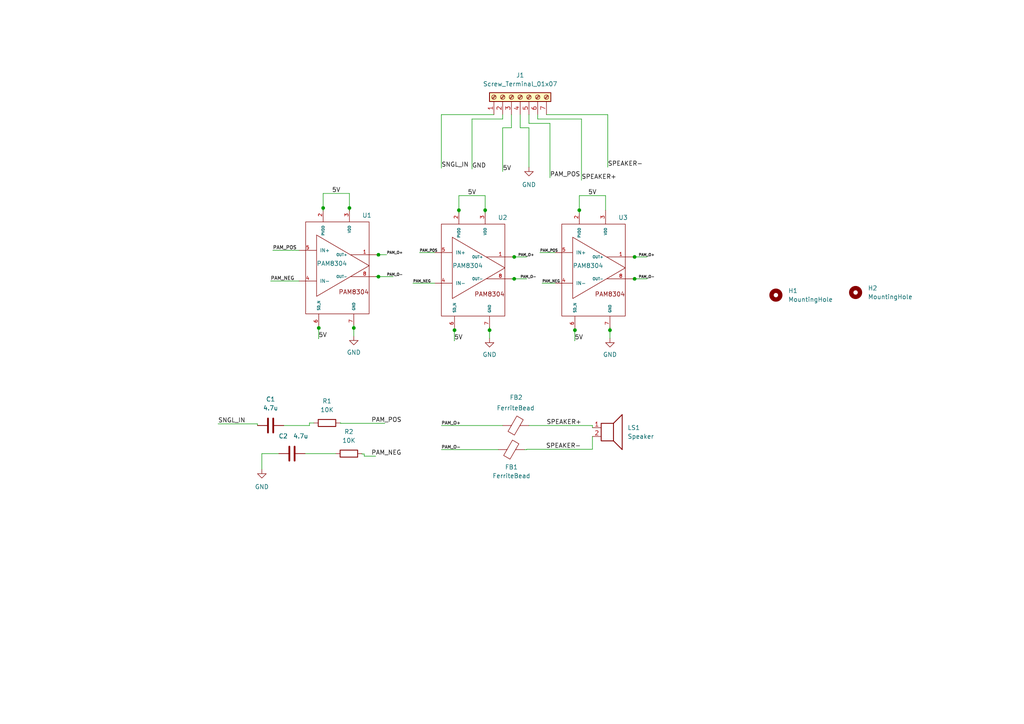
<source format=kicad_sch>
(kicad_sch (version 20230121) (generator eeschema)

  (uuid c5bea8ee-be65-4739-ab6f-eff7990423a3)

  (paper "A4")

  (lib_symbols
    (symbol "Connector:Screw_Terminal_01x07" (pin_names (offset 1.016) hide) (in_bom yes) (on_board yes)
      (property "Reference" "J" (at 0 10.16 0)
        (effects (font (size 1.27 1.27)))
      )
      (property "Value" "Screw_Terminal_01x07" (at 0 -10.16 0)
        (effects (font (size 1.27 1.27)))
      )
      (property "Footprint" "" (at 0 0 0)
        (effects (font (size 1.27 1.27)) hide)
      )
      (property "Datasheet" "~" (at 0 0 0)
        (effects (font (size 1.27 1.27)) hide)
      )
      (property "ki_keywords" "screw terminal" (at 0 0 0)
        (effects (font (size 1.27 1.27)) hide)
      )
      (property "ki_description" "Generic screw terminal, single row, 01x07, script generated (kicad-library-utils/schlib/autogen/connector/)" (at 0 0 0)
        (effects (font (size 1.27 1.27)) hide)
      )
      (property "ki_fp_filters" "TerminalBlock*:*" (at 0 0 0)
        (effects (font (size 1.27 1.27)) hide)
      )
      (symbol "Screw_Terminal_01x07_1_1"
        (rectangle (start -1.27 8.89) (end 1.27 -8.89)
          (stroke (width 0.254) (type default))
          (fill (type background))
        )
        (circle (center 0 -7.62) (radius 0.635)
          (stroke (width 0.1524) (type default))
          (fill (type none))
        )
        (circle (center 0 -5.08) (radius 0.635)
          (stroke (width 0.1524) (type default))
          (fill (type none))
        )
        (circle (center 0 -2.54) (radius 0.635)
          (stroke (width 0.1524) (type default))
          (fill (type none))
        )
        (polyline
          (pts
            (xy -0.5334 -7.2898)
            (xy 0.3302 -8.128)
          )
          (stroke (width 0.1524) (type default))
          (fill (type none))
        )
        (polyline
          (pts
            (xy -0.5334 -4.7498)
            (xy 0.3302 -5.588)
          )
          (stroke (width 0.1524) (type default))
          (fill (type none))
        )
        (polyline
          (pts
            (xy -0.5334 -2.2098)
            (xy 0.3302 -3.048)
          )
          (stroke (width 0.1524) (type default))
          (fill (type none))
        )
        (polyline
          (pts
            (xy -0.5334 0.3302)
            (xy 0.3302 -0.508)
          )
          (stroke (width 0.1524) (type default))
          (fill (type none))
        )
        (polyline
          (pts
            (xy -0.5334 2.8702)
            (xy 0.3302 2.032)
          )
          (stroke (width 0.1524) (type default))
          (fill (type none))
        )
        (polyline
          (pts
            (xy -0.5334 5.4102)
            (xy 0.3302 4.572)
          )
          (stroke (width 0.1524) (type default))
          (fill (type none))
        )
        (polyline
          (pts
            (xy -0.5334 7.9502)
            (xy 0.3302 7.112)
          )
          (stroke (width 0.1524) (type default))
          (fill (type none))
        )
        (polyline
          (pts
            (xy -0.3556 -7.112)
            (xy 0.508 -7.9502)
          )
          (stroke (width 0.1524) (type default))
          (fill (type none))
        )
        (polyline
          (pts
            (xy -0.3556 -4.572)
            (xy 0.508 -5.4102)
          )
          (stroke (width 0.1524) (type default))
          (fill (type none))
        )
        (polyline
          (pts
            (xy -0.3556 -2.032)
            (xy 0.508 -2.8702)
          )
          (stroke (width 0.1524) (type default))
          (fill (type none))
        )
        (polyline
          (pts
            (xy -0.3556 0.508)
            (xy 0.508 -0.3302)
          )
          (stroke (width 0.1524) (type default))
          (fill (type none))
        )
        (polyline
          (pts
            (xy -0.3556 3.048)
            (xy 0.508 2.2098)
          )
          (stroke (width 0.1524) (type default))
          (fill (type none))
        )
        (polyline
          (pts
            (xy -0.3556 5.588)
            (xy 0.508 4.7498)
          )
          (stroke (width 0.1524) (type default))
          (fill (type none))
        )
        (polyline
          (pts
            (xy -0.3556 8.128)
            (xy 0.508 7.2898)
          )
          (stroke (width 0.1524) (type default))
          (fill (type none))
        )
        (circle (center 0 0) (radius 0.635)
          (stroke (width 0.1524) (type default))
          (fill (type none))
        )
        (circle (center 0 2.54) (radius 0.635)
          (stroke (width 0.1524) (type default))
          (fill (type none))
        )
        (circle (center 0 5.08) (radius 0.635)
          (stroke (width 0.1524) (type default))
          (fill (type none))
        )
        (circle (center 0 7.62) (radius 0.635)
          (stroke (width 0.1524) (type default))
          (fill (type none))
        )
        (pin passive line (at -5.08 7.62 0) (length 3.81)
          (name "Pin_1" (effects (font (size 1.27 1.27))))
          (number "1" (effects (font (size 1.27 1.27))))
        )
        (pin passive line (at -5.08 5.08 0) (length 3.81)
          (name "Pin_2" (effects (font (size 1.27 1.27))))
          (number "2" (effects (font (size 1.27 1.27))))
        )
        (pin passive line (at -5.08 2.54 0) (length 3.81)
          (name "Pin_3" (effects (font (size 1.27 1.27))))
          (number "3" (effects (font (size 1.27 1.27))))
        )
        (pin passive line (at -5.08 0 0) (length 3.81)
          (name "Pin_4" (effects (font (size 1.27 1.27))))
          (number "4" (effects (font (size 1.27 1.27))))
        )
        (pin passive line (at -5.08 -2.54 0) (length 3.81)
          (name "Pin_5" (effects (font (size 1.27 1.27))))
          (number "5" (effects (font (size 1.27 1.27))))
        )
        (pin passive line (at -5.08 -5.08 0) (length 3.81)
          (name "Pin_6" (effects (font (size 1.27 1.27))))
          (number "6" (effects (font (size 1.27 1.27))))
        )
        (pin passive line (at -5.08 -7.62 0) (length 3.81)
          (name "Pin_7" (effects (font (size 1.27 1.27))))
          (number "7" (effects (font (size 1.27 1.27))))
        )
      )
    )
    (symbol "Device:C" (pin_numbers hide) (pin_names (offset 0.254)) (in_bom yes) (on_board yes)
      (property "Reference" "C" (at 0.635 2.54 0)
        (effects (font (size 1.27 1.27)) (justify left))
      )
      (property "Value" "C" (at 0.635 -2.54 0)
        (effects (font (size 1.27 1.27)) (justify left))
      )
      (property "Footprint" "" (at 0.9652 -3.81 0)
        (effects (font (size 1.27 1.27)) hide)
      )
      (property "Datasheet" "~" (at 0 0 0)
        (effects (font (size 1.27 1.27)) hide)
      )
      (property "ki_keywords" "cap capacitor" (at 0 0 0)
        (effects (font (size 1.27 1.27)) hide)
      )
      (property "ki_description" "Unpolarized capacitor" (at 0 0 0)
        (effects (font (size 1.27 1.27)) hide)
      )
      (property "ki_fp_filters" "C_*" (at 0 0 0)
        (effects (font (size 1.27 1.27)) hide)
      )
      (symbol "C_0_1"
        (polyline
          (pts
            (xy -2.032 -0.762)
            (xy 2.032 -0.762)
          )
          (stroke (width 0.508) (type default))
          (fill (type none))
        )
        (polyline
          (pts
            (xy -2.032 0.762)
            (xy 2.032 0.762)
          )
          (stroke (width 0.508) (type default))
          (fill (type none))
        )
      )
      (symbol "C_1_1"
        (pin passive line (at 0 3.81 270) (length 2.794)
          (name "~" (effects (font (size 1.27 1.27))))
          (number "1" (effects (font (size 1.27 1.27))))
        )
        (pin passive line (at 0 -3.81 90) (length 2.794)
          (name "~" (effects (font (size 1.27 1.27))))
          (number "2" (effects (font (size 1.27 1.27))))
        )
      )
    )
    (symbol "Device:FerriteBead" (pin_numbers hide) (pin_names (offset 0)) (in_bom yes) (on_board yes)
      (property "Reference" "FB" (at -3.81 0.635 90)
        (effects (font (size 1.27 1.27)))
      )
      (property "Value" "FerriteBead" (at 3.81 0 90)
        (effects (font (size 1.27 1.27)))
      )
      (property "Footprint" "" (at -1.778 0 90)
        (effects (font (size 1.27 1.27)) hide)
      )
      (property "Datasheet" "~" (at 0 0 0)
        (effects (font (size 1.27 1.27)) hide)
      )
      (property "ki_keywords" "L ferrite bead inductor filter" (at 0 0 0)
        (effects (font (size 1.27 1.27)) hide)
      )
      (property "ki_description" "Ferrite bead" (at 0 0 0)
        (effects (font (size 1.27 1.27)) hide)
      )
      (property "ki_fp_filters" "Inductor_* L_* *Ferrite*" (at 0 0 0)
        (effects (font (size 1.27 1.27)) hide)
      )
      (symbol "FerriteBead_0_1"
        (polyline
          (pts
            (xy 0 -1.27)
            (xy 0 -1.2192)
          )
          (stroke (width 0) (type default))
          (fill (type none))
        )
        (polyline
          (pts
            (xy 0 1.27)
            (xy 0 1.2954)
          )
          (stroke (width 0) (type default))
          (fill (type none))
        )
        (polyline
          (pts
            (xy -2.7686 0.4064)
            (xy -1.7018 2.2606)
            (xy 2.7686 -0.3048)
            (xy 1.6764 -2.159)
            (xy -2.7686 0.4064)
          )
          (stroke (width 0) (type default))
          (fill (type none))
        )
      )
      (symbol "FerriteBead_1_1"
        (pin passive line (at 0 3.81 270) (length 2.54)
          (name "~" (effects (font (size 1.27 1.27))))
          (number "1" (effects (font (size 1.27 1.27))))
        )
        (pin passive line (at 0 -3.81 90) (length 2.54)
          (name "~" (effects (font (size 1.27 1.27))))
          (number "2" (effects (font (size 1.27 1.27))))
        )
      )
    )
    (symbol "Device:R" (pin_numbers hide) (pin_names (offset 0)) (in_bom yes) (on_board yes)
      (property "Reference" "R" (at 2.032 0 90)
        (effects (font (size 1.27 1.27)))
      )
      (property "Value" "R" (at 0 0 90)
        (effects (font (size 1.27 1.27)))
      )
      (property "Footprint" "" (at -1.778 0 90)
        (effects (font (size 1.27 1.27)) hide)
      )
      (property "Datasheet" "~" (at 0 0 0)
        (effects (font (size 1.27 1.27)) hide)
      )
      (property "ki_keywords" "R res resistor" (at 0 0 0)
        (effects (font (size 1.27 1.27)) hide)
      )
      (property "ki_description" "Resistor" (at 0 0 0)
        (effects (font (size 1.27 1.27)) hide)
      )
      (property "ki_fp_filters" "R_*" (at 0 0 0)
        (effects (font (size 1.27 1.27)) hide)
      )
      (symbol "R_0_1"
        (rectangle (start -1.016 -2.54) (end 1.016 2.54)
          (stroke (width 0.254) (type default))
          (fill (type none))
        )
      )
      (symbol "R_1_1"
        (pin passive line (at 0 3.81 270) (length 1.27)
          (name "~" (effects (font (size 1.27 1.27))))
          (number "1" (effects (font (size 1.27 1.27))))
        )
        (pin passive line (at 0 -3.81 90) (length 1.27)
          (name "~" (effects (font (size 1.27 1.27))))
          (number "2" (effects (font (size 1.27 1.27))))
        )
      )
    )
    (symbol "Device:Speaker" (pin_names (offset 0) hide) (in_bom yes) (on_board yes)
      (property "Reference" "LS" (at 1.27 5.715 0)
        (effects (font (size 1.27 1.27)) (justify right))
      )
      (property "Value" "Speaker" (at 1.27 3.81 0)
        (effects (font (size 1.27 1.27)) (justify right))
      )
      (property "Footprint" "" (at 0 -5.08 0)
        (effects (font (size 1.27 1.27)) hide)
      )
      (property "Datasheet" "~" (at -0.254 -1.27 0)
        (effects (font (size 1.27 1.27)) hide)
      )
      (property "ki_keywords" "speaker sound" (at 0 0 0)
        (effects (font (size 1.27 1.27)) hide)
      )
      (property "ki_description" "Speaker" (at 0 0 0)
        (effects (font (size 1.27 1.27)) hide)
      )
      (symbol "Speaker_0_0"
        (rectangle (start -2.54 1.27) (end 1.016 -3.81)
          (stroke (width 0.254) (type default))
          (fill (type none))
        )
        (polyline
          (pts
            (xy 1.016 1.27)
            (xy 3.556 3.81)
            (xy 3.556 -6.35)
            (xy 1.016 -3.81)
          )
          (stroke (width 0.254) (type default))
          (fill (type none))
        )
      )
      (symbol "Speaker_1_1"
        (pin input line (at -5.08 0 0) (length 2.54)
          (name "1" (effects (font (size 1.27 1.27))))
          (number "1" (effects (font (size 1.27 1.27))))
        )
        (pin input line (at -5.08 -2.54 0) (length 2.54)
          (name "2" (effects (font (size 1.27 1.27))))
          (number "2" (effects (font (size 1.27 1.27))))
        )
      )
    )
    (symbol "Mechanical:MountingHole" (pin_names (offset 1.016)) (in_bom yes) (on_board yes)
      (property "Reference" "H" (at 0 5.08 0)
        (effects (font (size 1.27 1.27)))
      )
      (property "Value" "MountingHole" (at 0 3.175 0)
        (effects (font (size 1.27 1.27)))
      )
      (property "Footprint" "" (at 0 0 0)
        (effects (font (size 1.27 1.27)) hide)
      )
      (property "Datasheet" "~" (at 0 0 0)
        (effects (font (size 1.27 1.27)) hide)
      )
      (property "ki_keywords" "mounting hole" (at 0 0 0)
        (effects (font (size 1.27 1.27)) hide)
      )
      (property "ki_description" "Mounting Hole without connection" (at 0 0 0)
        (effects (font (size 1.27 1.27)) hide)
      )
      (property "ki_fp_filters" "MountingHole*" (at 0 0 0)
        (effects (font (size 1.27 1.27)) hide)
      )
      (symbol "MountingHole_0_1"
        (circle (center 0 0) (radius 1.27)
          (stroke (width 1.27) (type default))
          (fill (type none))
        )
      )
    )
    (symbol "Symbol_library:Audio_Amp" (pin_names (offset 1)) (in_bom yes) (on_board yes)
      (property "Reference" "U" (at 8.89 13.335 0)
        (effects (font (size 1.27 1.27)))
      )
      (property "Value" "" (at 0 0 0)
        (effects (font (size 1.27 1.27)))
      )
      (property "Footprint" "" (at 0 0 0)
        (effects (font (size 1.27 1.27)) hide)
      )
      (property "Datasheet" "" (at 0 0 0)
        (effects (font (size 1.27 1.27)) hide)
      )
      (symbol "Audio_Amp_0_1"
        (rectangle (start -7.62 12.065) (end 10.795 -14.605)
          (stroke (width 0) (type default))
          (fill (type none))
        )
        (polyline
          (pts
            (xy -4.445 8.255)
            (xy -4.445 -9.525)
            (xy 10.795 -0.635)
            (xy -4.445 8.255)
          )
          (stroke (width 0) (type default))
          (fill (type none))
        )
      )
      (symbol "Audio_Amp_1_1"
        (text "PAM8304" (at 6.35 -8.255 0)
          (effects (font (size 1.27 1.27)))
        )
        (pin output line (at 13.5 2.54 180) (length 8)
          (name "OUT+" (effects (font (size 0.75 0.75))))
          (number "1" (effects (font (size 1 1))))
        )
        (pin power_in line (at -2.54 16.1 270) (length 4)
          (name "PVDD" (effects (font (size 0.75 0.75))))
          (number "2" (effects (font (size 1 1))))
        )
        (pin power_in line (at 5.08 16.1 270) (length 4)
          (name "VDD" (effects (font (size 0.75 0.75))))
          (number "3" (effects (font (size 1 1))))
        )
        (pin input line (at -9.525 -5.08 0) (length 5)
          (name "IN-" (effects (font (size 1 1))))
          (number "4" (effects (font (size 1 1))))
        )
        (pin input line (at -9.525 3.81 0) (length 5)
          (name "IN+" (effects (font (size 1 1))))
          (number "5" (effects (font (size 1 1))))
        )
        (pin input line (at -3.81 -18.7 90) (length 4)
          (name "SD_N" (effects (font (size 0.75 0.75))))
          (number "6" (effects (font (size 1 1))))
        )
        (pin power_in line (at 6.35 -18.7 90) (length 4)
          (name "GND" (effects (font (size 0.75 0.75))))
          (number "7" (effects (font (size 1 1))))
        )
        (pin output line (at 13.5 -3.81 180) (length 8)
          (name "OUT-" (effects (font (size 0.75 0.75))))
          (number "8" (effects (font (size 1 1))))
        )
      )
    )
    (symbol "power:GND" (power) (pin_names (offset 0)) (in_bom yes) (on_board yes)
      (property "Reference" "#PWR" (at 0 -6.35 0)
        (effects (font (size 1.27 1.27)) hide)
      )
      (property "Value" "GND" (at 0 -3.81 0)
        (effects (font (size 1.27 1.27)))
      )
      (property "Footprint" "" (at 0 0 0)
        (effects (font (size 1.27 1.27)) hide)
      )
      (property "Datasheet" "" (at 0 0 0)
        (effects (font (size 1.27 1.27)) hide)
      )
      (property "ki_keywords" "global power" (at 0 0 0)
        (effects (font (size 1.27 1.27)) hide)
      )
      (property "ki_description" "Power symbol creates a global label with name \"GND\" , ground" (at 0 0 0)
        (effects (font (size 1.27 1.27)) hide)
      )
      (symbol "GND_0_1"
        (polyline
          (pts
            (xy 0 0)
            (xy 0 -1.27)
            (xy 1.27 -1.27)
            (xy 0 -2.54)
            (xy -1.27 -1.27)
            (xy 0 -1.27)
          )
          (stroke (width 0) (type default))
          (fill (type none))
        )
      )
      (symbol "GND_1_1"
        (pin power_in line (at 0 0 270) (length 0) hide
          (name "GND" (effects (font (size 1.27 1.27))))
          (number "1" (effects (font (size 1.27 1.27))))
        )
      )
    )
  )

  (junction (at 102.616 95.1286) (diameter 0) (color 0 0 0 0)
    (uuid 070f3aaf-a833-4a51-9d66-a83e7d858e77)
  )
  (junction (at 109.766 73.8886) (diameter 0) (color 0 0 0 0)
    (uuid 111351ea-301c-4b4c-88d0-1b4f01729e9d)
  )
  (junction (at 149.136 80.8736) (diameter 0) (color 0 0 0 0)
    (uuid 1b187f38-82e7-430a-8214-c71d8b3b80ff)
  )
  (junction (at 184.061 74.5236) (diameter 0) (color 0 0 0 0)
    (uuid 1ce473e3-a0ff-47ee-b9c5-3c228a6709c7)
  )
  (junction (at 133.096 60.9636) (diameter 0) (color 0 0 0 0)
    (uuid 2d813828-432e-4418-99e7-1c6fa1f538bc)
  )
  (junction (at 149.136 74.5236) (diameter 0) (color 0 0 0 0)
    (uuid 300078b1-38e7-4cc3-aed9-d0047b70a247)
  )
  (junction (at 184.061 80.8736) (diameter 0) (color 0 0 0 0)
    (uuid 5ad825ec-a373-42b8-9e0e-a952a2996653)
  )
  (junction (at 92.456 95.1286) (diameter 0) (color 0 0 0 0)
    (uuid 5f7be34b-0618-4039-8c87-3bf75db6bd35)
  )
  (junction (at 140.716 60.9636) (diameter 0) (color 0 0 0 0)
    (uuid 5fadd0c4-0042-4a2e-a794-e8cf4710f810)
  )
  (junction (at 166.751 95.7636) (diameter 0) (color 0 0 0 0)
    (uuid 72895d5f-5f1e-4699-ad8e-dc1001d2a151)
  )
  (junction (at 93.726 60.3286) (diameter 0) (color 0 0 0 0)
    (uuid 8b15b387-c461-486d-b6be-6b0f2946c430)
  )
  (junction (at 131.826 95.7636) (diameter 0) (color 0 0 0 0)
    (uuid 9aac67f9-01cc-4553-a59d-928d88b7f84f)
  )
  (junction (at 109.766 80.2386) (diameter 0) (color 0 0 0 0)
    (uuid baafafd9-ad57-4e61-800f-5fb0be9c0dd2)
  )
  (junction (at 168.021 60.9636) (diameter 0) (color 0 0 0 0)
    (uuid c6b74385-f35c-49ef-84a8-e029894237a7)
  )
  (junction (at 101.346 60.3286) (diameter 0) (color 0 0 0 0)
    (uuid e30d01c2-d6f9-4770-ba79-7ae608e117f6)
  )
  (junction (at 141.986 95.7636) (diameter 0) (color 0 0 0 0)
    (uuid fc9438cf-615c-4f5b-bac9-81046de3eddf)
  )
  (junction (at 176.911 95.7636) (diameter 0) (color 0 0 0 0)
    (uuid feb8c785-f993-4c3b-8f4b-217c7740c379)
  )

  (wire (pts (xy 136.906 34.5186) (xy 145.796 34.5186))
    (stroke (width 0) (type default))
    (uuid 02154498-cc79-4651-9144-fc8af02626a9)
  )
  (wire (pts (xy 131.7244 98.8314) (xy 131.8006 98.8314))
    (stroke (width 0) (type default))
    (uuid 0d28e57b-8825-4246-9566-9749cab3d176)
  )
  (wire (pts (xy 168.021 60.9636) (xy 168.021 61.8236))
    (stroke (width 0) (type default))
    (uuid 10a69bcd-fd59-472c-88c6-353220454f96)
  )
  (wire (pts (xy 101.346 56.1086) (xy 101.346 60.3286))
    (stroke (width 0) (type default))
    (uuid 11a667e3-c2de-4fb1-96ab-cc2198c19148)
  )
  (wire (pts (xy 136.906 34.5186) (xy 136.906 49.022))
    (stroke (width 0) (type default))
    (uuid 11cad50e-9b0a-4a4e-ba0a-37490f44d898)
  )
  (wire (pts (xy 105.6386 132.3086) (xy 105.6386 131.6736))
    (stroke (width 0) (type default))
    (uuid 12c4979c-f23c-4676-8e0f-760479eac192)
  )
  (wire (pts (xy 176.276 33.2486) (xy 176.276 48.4886))
    (stroke (width 0) (type default))
    (uuid 14679974-257c-417a-be36-f1d36f7387a1)
  )
  (wire (pts (xy 141.986 94.9198) (xy 141.986 95.7636))
    (stroke (width 0) (type default))
    (uuid 14ad1a99-e362-4ac1-9bde-d7f5b5d4c328)
  )
  (wire (pts (xy 131.8006 98.8314) (xy 131.8006 98.1456))
    (stroke (width 0) (type default))
    (uuid 17da62a5-e2ac-44a4-9da1-791bc51d2788)
  )
  (wire (pts (xy 152.146 130.4036) (xy 152.781 130.4036))
    (stroke (width 0) (type default))
    (uuid 192b5fbc-f434-4a19-b4c8-c6085708ca2c)
  )
  (wire (pts (xy 131.7752 95.7326) (xy 131.7244 95.7326))
    (stroke (width 0) (type default))
    (uuid 19b74825-9202-461f-81f6-2340378a33cd)
  )
  (wire (pts (xy 157.226 82.1436) (xy 161.036 82.1436))
    (stroke (width 0) (type default))
    (uuid 19d6ea00-bb6e-4e96-9805-8fbf8c9a65e3)
  )
  (wire (pts (xy 171.831 123.4186) (xy 171.831 124.0536))
    (stroke (width 0) (type default))
    (uuid 1e0d8cd6-1b7d-4d4e-a1fc-058baf9f6a23)
  )
  (wire (pts (xy 92.3544 98.1964) (xy 92.4306 98.1964))
    (stroke (width 0) (type default))
    (uuid 1e44f92a-5899-4b52-b719-0b440ee8b129)
  )
  (wire (pts (xy 159.512 35.7886) (xy 159.512 51.562))
    (stroke (width 0) (type default))
    (uuid 2105157e-1aff-4a86-b759-fe90e26e39fe)
  )
  (wire (pts (xy 149.136 74.5236) (xy 152.781 74.5236))
    (stroke (width 0) (type default))
    (uuid 2324756d-8bed-432c-9f81-4e8a4eeacb57)
  )
  (wire (pts (xy 171.831 130.302) (xy 171.831 126.5936))
    (stroke (width 0) (type default))
    (uuid 2370bee3-ca65-4194-bd3f-aae2b74e146b)
  )
  (wire (pts (xy 119.761 82.1436) (xy 126.111 82.1436))
    (stroke (width 0) (type default))
    (uuid 256831d6-a22e-4f26-bfca-146cae52655f)
  )
  (wire (pts (xy 153.416 33.2486) (xy 153.416 35.7886))
    (stroke (width 0) (type default))
    (uuid 294fbb2a-66d7-461a-b315-cfc0fbfb1c04)
  )
  (wire (pts (xy 133.096 56.7436) (xy 133.096 60.9636))
    (stroke (width 0) (type default))
    (uuid 2a21b0ee-a885-4594-8767-0d3777e553f9)
  )
  (wire (pts (xy 176.911 94.9198) (xy 176.911 95.7636))
    (stroke (width 0) (type default))
    (uuid 2b4aaf08-072c-4748-bcf8-6a1f605cfa24)
  )
  (wire (pts (xy 150.876 37.0586) (xy 150.876 33.2486))
    (stroke (width 0) (type default))
    (uuid 2ba81507-366b-4dce-a7e3-8b073f8b1df5)
  )
  (wire (pts (xy 131.7244 95.7636) (xy 131.826 95.7636))
    (stroke (width 0) (type default))
    (uuid 2d241048-5621-4d67-858f-bf22878567cb)
  )
  (wire (pts (xy 145.796 37.0586) (xy 148.336 37.0586))
    (stroke (width 0) (type default))
    (uuid 2ebfd139-db09-4490-86a0-86a0fd8b8bbf)
  )
  (wire (pts (xy 168.021 56.74) (xy 168.021 60.9636))
    (stroke (width 0) (type default))
    (uuid 372bdb7b-6ead-423f-868d-3afd7c928fe8)
  )
  (wire (pts (xy 183.896 74.5236) (xy 184.061 74.5236))
    (stroke (width 0) (type default))
    (uuid 37baf1a0-ae2d-40bf-9de2-18f09fb02d88)
  )
  (wire (pts (xy 148.336 37.0586) (xy 148.336 33.2486))
    (stroke (width 0) (type default))
    (uuid 3a2680cf-b07b-4c5e-abaf-6c31b1e19252)
  )
  (wire (pts (xy 166.7002 95.7326) (xy 166.6494 95.7326))
    (stroke (width 0) (type default))
    (uuid 4567a009-157e-457a-8ee4-45f6ffb41276)
  )
  (wire (pts (xy 92.456 95.123) (xy 92.456 95.1286))
    (stroke (width 0) (type default))
    (uuid 465cf484-6801-4d35-a821-27b33b20864a)
  )
  (wire (pts (xy 133.096 56.7436) (xy 140.716 56.7436))
    (stroke (width 0) (type default))
    (uuid 47c878ee-94ff-4d2e-b618-1cba1911cb7b)
  )
  (wire (pts (xy 92.4052 95.0976) (xy 92.3544 95.0976))
    (stroke (width 0) (type default))
    (uuid 48faa0b6-f97e-45da-86c9-fce981ef6642)
  )
  (wire (pts (xy 153.416 37.0586) (xy 153.416 48.4886))
    (stroke (width 0) (type default))
    (uuid 4aa84383-9a78-4552-ba5c-4669fbe57611)
  )
  (wire (pts (xy 93.726 60.3286) (xy 93.726 61.1886))
    (stroke (width 0) (type default))
    (uuid 4f0695da-37ed-4580-bd03-0b4cd9e20e3b)
  )
  (wire (pts (xy 166.6494 95.7636) (xy 166.751 95.7636))
    (stroke (width 0) (type default))
    (uuid 4f1772f0-d166-412e-87e9-b73b47d74b84)
  )
  (wire (pts (xy 98.806 122.682) (xy 98.6536 122.682))
    (stroke (width 0) (type default))
    (uuid 50d7593c-b3c3-45ed-aba0-f4a03884119c)
  )
  (wire (pts (xy 109.766 73.8886) (xy 112.141 73.8886))
    (stroke (width 0) (type default))
    (uuid 514bf176-cd42-4114-b017-efca408c2431)
  )
  (wire (pts (xy 101.346 60.3286) (xy 101.346 61.1886))
    (stroke (width 0) (type default))
    (uuid 544d0fd0-b17c-4214-a0cc-40a8fba2c84e)
  )
  (wire (pts (xy 155.956 33.2486) (xy 155.956 34.5186))
    (stroke (width 0) (type default))
    (uuid 562eadd1-aa80-4569-93f1-d1943a7032b0)
  )
  (wire (pts (xy 158.496 33.2486) (xy 176.276 33.2486))
    (stroke (width 0) (type default))
    (uuid 59e7839e-0e9c-4387-9013-d0a18bf51638)
  )
  (wire (pts (xy 148.971 74.5236) (xy 149.136 74.5236))
    (stroke (width 0) (type default))
    (uuid 5d52a772-15ae-4ace-a6ea-ba4f8c42d9f8)
  )
  (wire (pts (xy 148.336 80.8736) (xy 149.136 80.8736))
    (stroke (width 0) (type default))
    (uuid 5d6cb17f-00b0-4223-afd2-f9e62910436f)
  )
  (wire (pts (xy 155.956 34.5186) (xy 168.656 34.5186))
    (stroke (width 0) (type default))
    (uuid 60289537-0ef6-4ae7-b960-8dee27c51a32)
  )
  (wire (pts (xy 184.061 74.5236) (xy 187.706 74.5236))
    (stroke (width 0) (type default))
    (uuid 6036de67-f3b8-4d61-a822-dfa5191e3b78)
  )
  (wire (pts (xy 89.7636 122.682) (xy 91.0336 122.682))
    (stroke (width 0) (type default))
    (uuid 63d20e2f-1c89-4cb9-9fed-c80497e0e662)
  )
  (wire (pts (xy 175.641 56.74) (xy 175.641 60.9636))
    (stroke (width 0) (type default))
    (uuid 650bd68c-f880-4da3-80fb-177c5e381454)
  )
  (wire (pts (xy 166.751 95.758) (xy 166.751 95.7636))
    (stroke (width 0) (type default))
    (uuid 6721143c-a56e-47a3-9e0a-eb50014f4814)
  )
  (wire (pts (xy 92.3544 95.0976) (xy 92.3544 95.1286))
    (stroke (width 0) (type default))
    (uuid 68b367c5-5024-4a7e-bd55-4dc71aeed57b)
  )
  (wire (pts (xy 131.826 95.758) (xy 131.826 95.7636))
    (stroke (width 0) (type default))
    (uuid 6aef6caa-1c2a-4978-aff2-f77118a1288b)
  )
  (wire (pts (xy 92.3544 95.1286) (xy 92.456 95.1286))
    (stroke (width 0) (type default))
    (uuid 6c0c7a77-1f3a-43ae-99dc-8249f16f5fb6)
  )
  (wire (pts (xy 80.8736 131.572) (xy 75.946 131.572))
    (stroke (width 0) (type default))
    (uuid 6daa2e0a-10b7-48c6-9650-382ada47a41c)
  )
  (wire (pts (xy 92.4306 98.1964) (xy 92.4306 97.5106))
    (stroke (width 0) (type default))
    (uuid 70acd895-2e92-46a0-b86a-0513537896b8)
  )
  (wire (pts (xy 105.6386 131.6736) (xy 105.0036 131.6736))
    (stroke (width 0) (type default))
    (uuid 70dd5ef9-113f-4d97-a7f0-aa82d7803dbb)
  )
  (wire (pts (xy 149.136 80.8736) (xy 152.781 80.8736))
    (stroke (width 0) (type default))
    (uuid 724addef-e683-4f79-8ba2-56505c369439)
  )
  (wire (pts (xy 128.016 123.4186) (xy 145.796 123.4186))
    (stroke (width 0) (type default))
    (uuid 74ca7864-37e1-49af-8ab2-1999c07deb92)
  )
  (wire (pts (xy 121.666 73.2536) (xy 126.111 73.2536))
    (stroke (width 0) (type default))
    (uuid 74f6e06d-ab89-4342-ada0-0e0df34fa8b0)
  )
  (wire (pts (xy 184.061 80.8736) (xy 187.706 80.8736))
    (stroke (width 0) (type default))
    (uuid 77d6b969-9cd8-46ff-b214-27ec23adad71)
  )
  (wire (pts (xy 105.6386 132.3086) (xy 108.966 132.3086))
    (stroke (width 0) (type default))
    (uuid 7bd536cd-ab03-4d6a-9262-6228f0f663a1)
  )
  (wire (pts (xy 108.966 80.2386) (xy 109.766 80.2386))
    (stroke (width 0) (type default))
    (uuid 833d3d73-df02-4109-b0ef-4794422eaf80)
  )
  (wire (pts (xy 156.591 73.2536) (xy 161.036 73.2536))
    (stroke (width 0) (type default))
    (uuid 85476f97-862e-4b86-8915-cd261f6aae03)
  )
  (wire (pts (xy 105.0036 131.6736) (xy 105.0036 131.572))
    (stroke (width 0) (type default))
    (uuid 8564bc1f-934f-4b29-9826-fdc8be63e023)
  )
  (wire (pts (xy 78.486 81.5086) (xy 86.741 81.5086))
    (stroke (width 0) (type default))
    (uuid 8b228737-aa98-45c6-aedf-61ba0863d590)
  )
  (wire (pts (xy 93.726 56.1086) (xy 101.346 56.1086))
    (stroke (width 0) (type default))
    (uuid 8ca9340a-6ca9-44ad-aab0-34edf3553277)
  )
  (wire (pts (xy 145.796 34.5186) (xy 145.796 33.2486))
    (stroke (width 0) (type default))
    (uuid 92c43fbe-2f15-4eae-8a61-ed7358f14f14)
  )
  (wire (pts (xy 133.096 60.9636) (xy 133.096 61.8236))
    (stroke (width 0) (type default))
    (uuid 9488588a-dd04-48ed-8317-9e98331664d2)
  )
  (wire (pts (xy 102.616 94.2848) (xy 102.616 95.1286))
    (stroke (width 0) (type default))
    (uuid 990f433c-12d0-42b5-bd16-a43dcde628c5)
  )
  (wire (pts (xy 128.016 33.2486) (xy 128.016 48.768))
    (stroke (width 0) (type default))
    (uuid 998da897-ddd0-448a-81c5-16f7fd4e2293)
  )
  (wire (pts (xy 75.946 131.572) (xy 75.946 136.1186))
    (stroke (width 0) (type default))
    (uuid 9c3586f0-87fc-4642-a731-d7970f70d08b)
  )
  (wire (pts (xy 166.6494 95.7326) (xy 166.6494 95.7636))
    (stroke (width 0) (type default))
    (uuid 9d85201d-6e40-4403-877b-4b77b601c52b)
  )
  (wire (pts (xy 79.121 72.6186) (xy 86.741 72.6186))
    (stroke (width 0) (type default))
    (uuid 9dffc926-b93d-4862-8685-626414abdcc4)
  )
  (wire (pts (xy 98.806 122.7836) (xy 111.6584 122.7836))
    (stroke (width 0) (type default))
    (uuid 9fc57c6c-c9f8-4366-9291-54120b51a65b)
  )
  (wire (pts (xy 74.676 122.936) (xy 63.246 122.936))
    (stroke (width 0) (type default))
    (uuid 9fdc6690-b02d-4e6b-97ce-429b315f15aa)
  )
  (wire (pts (xy 166.7002 95.7326) (xy 166.7256 98.1456))
    (stroke (width 0) (type default))
    (uuid a1a13d43-13fe-4a0a-a070-f1a94605e353)
  )
  (wire (pts (xy 131.7752 95.7326) (xy 131.8006 98.1456))
    (stroke (width 0) (type default))
    (uuid a74cb79d-ef2a-47db-b72e-d3e02c662a42)
  )
  (wire (pts (xy 145.796 37.0586) (xy 145.796 49.7586))
    (stroke (width 0) (type default))
    (uuid a86aea26-0e77-42a3-b7ce-1490624103ce)
  )
  (wire (pts (xy 128.016 33.2486) (xy 143.256 33.2486))
    (stroke (width 0) (type default))
    (uuid a8d49a88-d8a8-46dd-b995-6c6a53faf495)
  )
  (wire (pts (xy 88.4936 131.572) (xy 97.3836 131.572))
    (stroke (width 0) (type default))
    (uuid a9fc00d4-6498-424f-90b0-8f48c312f655)
  )
  (wire (pts (xy 153.416 123.4186) (xy 171.831 123.4186))
    (stroke (width 0) (type default))
    (uuid ace21120-9e45-4b74-8359-e2eaf0527639)
  )
  (wire (pts (xy 102.616 95.1286) (xy 102.616 97.4852))
    (stroke (width 0) (type default))
    (uuid b0183c86-886c-40e1-b828-6f3d7f7124d9)
  )
  (wire (pts (xy 183.896 80.8736) (xy 184.061 80.8736))
    (stroke (width 0) (type default))
    (uuid b87934b2-f5b7-491d-ba25-ecc0ac354c8e)
  )
  (wire (pts (xy 152.781 130.4036) (xy 152.781 130.302))
    (stroke (width 0) (type default))
    (uuid b88de8e2-ae1b-43ce-94b9-f24d003d01bf)
  )
  (wire (pts (xy 166.6494 98.8314) (xy 166.7256 98.8314))
    (stroke (width 0) (type default))
    (uuid c72bf20f-3912-45b1-a584-60bd9bb6567f)
  )
  (wire (pts (xy 89.7636 123.4186) (xy 82.296 123.4186))
    (stroke (width 0) (type default))
    (uuid c8aff036-3038-42ec-ae7c-c7b8ef7b3a30)
  )
  (wire (pts (xy 141.986 95.7636) (xy 141.986 98.1202))
    (stroke (width 0) (type default))
    (uuid c8d4ce63-fbe0-496f-99a7-2c0771023b24)
  )
  (wire (pts (xy 152.781 130.302) (xy 171.831 130.302))
    (stroke (width 0) (type default))
    (uuid ca2be9c6-001a-474c-8cbe-ad6395102617)
  )
  (wire (pts (xy 131.7244 95.7326) (xy 131.7244 95.7636))
    (stroke (width 0) (type default))
    (uuid cbcc5890-c28d-452a-83ec-47e6e2d40193)
  )
  (wire (pts (xy 98.806 122.7836) (xy 98.806 122.682))
    (stroke (width 0) (type default))
    (uuid d30f1c0b-8729-4256-8293-58f484bad0fc)
  )
  (wire (pts (xy 109.601 73.8886) (xy 109.766 73.8886))
    (stroke (width 0) (type default))
    (uuid d5a1c17d-9052-42b7-8eff-9f639a5ceed7)
  )
  (wire (pts (xy 128.016 130.4036) (xy 144.526 130.4036))
    (stroke (width 0) (type default))
    (uuid d6e5e904-146f-4ed4-8ea6-80a09c4d9cc9)
  )
  (wire (pts (xy 168.021 56.74) (xy 175.641 56.74))
    (stroke (width 0) (type default))
    (uuid da871ab2-c4da-4d23-b243-335eae7ef4c9)
  )
  (wire (pts (xy 140.716 60.9636) (xy 140.716 61.8236))
    (stroke (width 0) (type default))
    (uuid db674384-6270-4603-81e3-74158a462cb5)
  )
  (wire (pts (xy 140.716 56.7436) (xy 140.716 60.9636))
    (stroke (width 0) (type default))
    (uuid dda2325a-4fe0-45dd-a16c-fac091820816)
  )
  (wire (pts (xy 176.911 95.7636) (xy 176.911 98.1202))
    (stroke (width 0) (type default))
    (uuid e264c85a-a564-424e-ac0a-e9703351252b)
  )
  (wire (pts (xy 153.416 35.7886) (xy 159.512 35.7886))
    (stroke (width 0) (type default))
    (uuid e9ea927f-aac8-4324-a1a5-c839ec0361f3)
  )
  (wire (pts (xy 166.7256 98.8314) (xy 166.7256 98.1456))
    (stroke (width 0) (type default))
    (uuid ece33f45-2887-4a2d-9d9b-273b5e28bd4f)
  )
  (wire (pts (xy 93.726 56.1086) (xy 93.726 60.3286))
    (stroke (width 0) (type default))
    (uuid ee3025bb-a719-47c1-9cc0-c42bc990921f)
  )
  (wire (pts (xy 74.676 122.936) (xy 74.676 123.4186))
    (stroke (width 0) (type default))
    (uuid eecee366-cb85-438d-9b01-425e6230d167)
  )
  (wire (pts (xy 153.416 37.0586) (xy 150.876 37.0586))
    (stroke (width 0) (type default))
    (uuid f1b2e28c-f16a-46f1-b2ed-b49c3416e6d8)
  )
  (wire (pts (xy 89.7636 122.682) (xy 89.7636 123.4186))
    (stroke (width 0) (type default))
    (uuid f21f71e3-daea-4121-a3c3-f307572631cd)
  )
  (wire (pts (xy 92.4052 95.0976) (xy 92.4306 97.5106))
    (stroke (width 0) (type default))
    (uuid fc25c990-0ed0-4f46-991f-eb1078b34e36)
  )
  (wire (pts (xy 109.766 80.2386) (xy 114.046 80.2386))
    (stroke (width 0) (type default))
    (uuid fcbd7735-9c52-47df-a4c2-6d69bcaee371)
  )
  (wire (pts (xy 168.656 34.5186) (xy 168.656 52.2986))
    (stroke (width 0) (type default))
    (uuid fe28685e-3d04-4e9f-a5da-8b73994ac87b)
  )

  (label "PAM_NEG" (at 107.696 132.3086 0) (fields_autoplaced)
    (effects (font (size 1.27 1.27)) (justify left bottom))
    (uuid 04c01163-d7c1-4b17-94d7-f839e4f62349)
  )
  (label "PAM_O+" (at 150.241 74.5236 0) (fields_autoplaced)
    (effects (font (size 0.75 0.75)) (justify left bottom))
    (uuid 050ea7e2-cfbe-4beb-baad-74ffdb6ac249)
  )
  (label "PAM_O+" (at 128.016 123.4186 0) (fields_autoplaced)
    (effects (font (size 0.9 0.9)) (justify left bottom))
    (uuid 0c81f46d-f927-46e4-9fff-cb0f0bae6841)
  )
  (label "PAM_O-" (at 128.016 130.4036 0) (fields_autoplaced)
    (effects (font (size 0.9 0.9)) (justify left bottom))
    (uuid 10cd95e2-9392-40c6-9878-8c71afb9bf5c)
  )
  (label "PAM_POS" (at 121.666 73.2536 0) (fields_autoplaced)
    (effects (font (size 0.75 0.75)) (justify left bottom))
    (uuid 1168fb8c-bf06-4c05-93e3-f5fd6ab07cb3)
  )
  (label "PAM_NEG" (at 78.486 81.5086 0) (fields_autoplaced)
    (effects (font (size 1 1)) (justify left bottom))
    (uuid 2ec98fc5-fffb-4412-bdab-724709c2fa0a)
  )
  (label "5V" (at 135.636 56.7436 0) (fields_autoplaced)
    (effects (font (size 1.27 1.27)) (justify left bottom))
    (uuid 2f2db50c-2993-4675-9a65-af6ba0a7faf7)
  )
  (label "PAM_NEG" (at 157.226 82.1436 0) (fields_autoplaced)
    (effects (font (size 0.75 0.75)) (justify left bottom))
    (uuid 30d081f4-c3e7-476e-8620-7cf111bea1ac)
  )
  (label "PAM_O+" (at 185.166 74.5236 0) (fields_autoplaced)
    (effects (font (size 0.75 0.75)) (justify left bottom))
    (uuid 45b4adba-2cd7-4daf-a931-33c4e7a2a50b)
  )
  (label "PAM_POS" (at 107.696 122.7836 0) (fields_autoplaced)
    (effects (font (size 1.27 1.27)) (justify left bottom))
    (uuid 4c3928f7-549f-4e40-82bc-064971a0903d)
  )
  (label "5V" (at 166.6494 98.8314 0) (fields_autoplaced)
    (effects (font (size 1.27 1.27)) (justify left bottom))
    (uuid 5b4ed31b-643b-4866-b5ee-5beed1cadf54)
  )
  (label "5V" (at 96.266 56.1086 0) (fields_autoplaced)
    (effects (font (size 1.27 1.27)) (justify left bottom))
    (uuid 6183d276-17f3-42fc-b6a3-62cd6e7df69b)
  )
  (label "PAM_O-" (at 150.876 80.8736 0) (fields_autoplaced)
    (effects (font (size 0.75 0.75)) (justify left bottom))
    (uuid 6eef2db3-117e-4d86-b344-1bfb567f623a)
  )
  (label "SPEAKER+" (at 158.496 123.4186 0) (fields_autoplaced)
    (effects (font (size 1.27 1.27)) (justify left bottom))
    (uuid 7540bd28-c9b5-4bce-b9b5-952dbeac9c72)
  )
  (label "PAM_POS" (at 159.512 51.562 0) (fields_autoplaced)
    (effects (font (size 1.27 1.27)) (justify left bottom))
    (uuid 78b9c2f4-8d86-4e2d-aaf0-5937335f809c)
  )
  (label "SPEAKER-" (at 158.3436 130.302 0) (fields_autoplaced)
    (effects (font (size 1.27 1.27)) (justify left bottom))
    (uuid 83681f6a-4303-4e81-846f-b4b0319d9dea)
  )
  (label "5V" (at 170.561 56.74 0) (fields_autoplaced)
    (effects (font (size 1.27 1.27)) (justify left bottom))
    (uuid 853e1705-4baf-4ddb-aaf9-5c5aa0a9ae77)
  )
  (label "SPEAKER-" (at 176.276 48.4886 0) (fields_autoplaced)
    (effects (font (size 1.27 1.27)) (justify left bottom))
    (uuid af994ce1-3d00-4d36-a05e-20acba8761fa)
  )
  (label "PAM_O-" (at 185.166 80.8736 0) (fields_autoplaced)
    (effects (font (size 0.75 0.75)) (justify left bottom))
    (uuid b759dd90-ed0d-47d4-8125-4719dc697ad6)
  )
  (label "GND" (at 136.906 49.022 0) (fields_autoplaced)
    (effects (font (size 1.27 1.27)) (justify left bottom))
    (uuid cdd2a6f2-9e27-4be8-838d-064c684abe15)
  )
  (label "5V" (at 131.7244 98.8314 0) (fields_autoplaced)
    (effects (font (size 1.27 1.27)) (justify left bottom))
    (uuid ceb8dc20-c25c-426c-9c61-90f49fbc9464)
  )
  (label "5V" (at 92.3544 98.1964 0) (fields_autoplaced)
    (effects (font (size 1.27 1.27)) (justify left bottom))
    (uuid d0434f7c-9b9e-4466-9449-e32af7a74492)
  )
  (label "PAM_POS" (at 156.591 73.2536 0) (fields_autoplaced)
    (effects (font (size 0.75 0.75)) (justify left bottom))
    (uuid d0a2e641-bea1-410d-8c47-0009732a7eec)
  )
  (label "PAM_NEG" (at 119.761 82.1436 0) (fields_autoplaced)
    (effects (font (size 0.75 0.75)) (justify left bottom))
    (uuid d154348b-898c-488b-bfb7-879e50888bfc)
  )
  (label "PAM_O+" (at 112.141 73.8886 0) (fields_autoplaced)
    (effects (font (size 0.75 0.75)) (justify left bottom))
    (uuid d1d5a5c2-96d4-4462-8eec-e05100d07351)
  )
  (label "SNGL_IN" (at 63.246 122.936 0) (fields_autoplaced)
    (effects (font (size 1.27 1.27)) (justify left bottom))
    (uuid dd60fc44-a5d6-4f26-884b-292d5b35993b)
  )
  (label "SNGL_IN" (at 128.016 48.768 0) (fields_autoplaced)
    (effects (font (size 1.27 1.27)) (justify left bottom))
    (uuid e09b3fec-21a2-476d-a61f-44be8e02d717)
  )
  (label "PAM_POS" (at 79.121 72.6186 0) (fields_autoplaced)
    (effects (font (size 1 1)) (justify left bottom))
    (uuid e5fcb7bf-dcad-44dc-973f-54d68174d251)
  )
  (label "PAM_O-" (at 112.141 80.2386 0) (fields_autoplaced)
    (effects (font (size 0.75 0.75)) (justify left bottom))
    (uuid ede6a252-87ae-4cc1-89af-e718e554068a)
  )
  (label "SPEAKER+" (at 168.656 52.2986 0) (fields_autoplaced)
    (effects (font (size 1.27 1.27)) (justify left bottom))
    (uuid f7ea881c-5c55-4785-8cda-0316b8f57bde)
  )
  (label "5V" (at 145.796 49.7586 0) (fields_autoplaced)
    (effects (font (size 1.27 1.27)) (justify left bottom))
    (uuid fffe18d3-57df-4bc6-b2fd-26a440d6618c)
  )

  (symbol (lib_id "Device:Speaker") (at 176.911 124.0536 0) (unit 1)
    (in_bom yes) (on_board yes) (dnp no) (fields_autoplaced)
    (uuid 07c57bb7-c452-40e3-8ddc-65f52c77414e)
    (property "Reference" "LS1" (at 181.991 124.0536 0)
      (effects (font (size 1.27 1.27)) (justify left))
    )
    (property "Value" "Speaker" (at 181.991 126.5936 0)
      (effects (font (size 1.27 1.27)) (justify left))
    )
    (property "Footprint" "" (at 176.911 129.1336 0)
      (effects (font (size 1.27 1.27)) hide)
    )
    (property "Datasheet" "~https://www.cuidevices.com/product/resource/cds-4224-84sp.pdf" (at 176.657 125.3236 0)
      (effects (font (size 1.27 1.27)) hide)
    )
    (property "DIGIKEY PART #" "CDS-4224-84SP" (at 176.911 124.0536 0)
      (effects (font (size 1.27 1.27)) hide)
    )
    (property "PRICE" "$7.82" (at 176.911 124.0536 0)
      (effects (font (size 1.27 1.27)) hide)
    )
    (pin "1" (uuid ace638b2-1b25-4a49-84af-2ef5da907113))
    (pin "2" (uuid b800ac76-be10-4b47-b103-55a343fd475d))
    (instances
      (project "Speaker"
        (path "/085a8e5f-7214-4041-9448-142a3053ab37"
          (reference "LS1") (unit 1)
        )
      )
      (project "Speaker_AMP"
        (path "/c5bea8ee-be65-4739-ab6f-eff7990423a3"
          (reference "LS1") (unit 1)
        )
      )
    )
  )

  (symbol (lib_id "Device:C") (at 78.486 123.4186 90) (unit 1)
    (in_bom yes) (on_board yes) (dnp no) (fields_autoplaced)
    (uuid 200fdbb6-b66a-4d84-bdb9-74612a2a9eab)
    (property "Reference" "C2" (at 78.486 115.7986 90)
      (effects (font (size 1.27 1.27)))
    )
    (property "Value" "4.7u" (at 78.486 118.3386 90)
      (effects (font (size 1.27 1.27)))
    )
    (property "Footprint" "Footprints:Cap0805" (at 82.296 122.4534 0)
      (effects (font (size 1.27 1.27)) hide)
    )
    (property "Datasheet" "~https://mm.digikey.com/Volume0/opasdata/d220001/medias/docus/43/CL10A475KQ8NNWC_Spec.pdf" (at 78.486 123.4186 0)
      (effects (font (size 1.27 1.27)) hide)
    )
    (property "DIGIKEY PART #" "CL10A475KQ8NNWC" (at 78.486 123.4186 0)
      (effects (font (size 1.27 1.27)) hide)
    )
    (property "PRICE" "$0.10" (at 78.486 123.4186 0)
      (effects (font (size 1.27 1.27)) hide)
    )
    (pin "1" (uuid 251c57f6-35fb-401a-a5bf-6e7a7c208902))
    (pin "2" (uuid 85cf614b-e52a-4358-a893-41f5c3548363))
    (instances
      (project "Speaker"
        (path "/085a8e5f-7214-4041-9448-142a3053ab37"
          (reference "C2") (unit 1)
        )
      )
      (project "Speaker_AMP"
        (path "/c5bea8ee-be65-4739-ab6f-eff7990423a3"
          (reference "C1") (unit 1)
        )
      )
    )
  )

  (symbol (lib_id "Device:FerriteBead") (at 149.606 123.4186 90) (unit 1)
    (in_bom yes) (on_board yes) (dnp no)
    (uuid 22814cb1-8f98-4711-be77-93d89f918cc2)
    (property "Reference" "FB2" (at 149.7076 115.2652 90)
      (effects (font (size 1.27 1.27)))
    )
    (property "Value" "FerriteBead" (at 149.5552 118.3386 90)
      (effects (font (size 1.27 1.27)))
    )
    (property "Footprint" "Footprints:IND_BLM15_0402_MUR-M" (at 149.606 125.1966 90)
      (effects (font (size 1.27 1.27)) hide)
    )
    (property "Datasheet" "~https://www.murata.com/en-us/products/productdata/8796740059166/ENFA0018.pdf" (at 149.606 123.4186 0)
      (effects (font (size 1.27 1.27)) hide)
    )
    (property "DIGIKEY PART #" "BLM15AG121SN1D" (at 149.606 123.4186 0)
      (effects (font (size 1.27 1.27)) hide)
    )
    (property "PRICE" "$0.10" (at 149.606 123.4186 0)
      (effects (font (size 1.27 1.27)) hide)
    )
    (pin "1" (uuid 9dd6f245-417f-4b9f-88c3-1ac9d7c2eaf5))
    (pin "2" (uuid bc9fdc49-50e8-4298-9b22-2dd2120698c6))
    (instances
      (project "Speaker"
        (path "/085a8e5f-7214-4041-9448-142a3053ab37"
          (reference "FB2") (unit 1)
        )
      )
      (project "Speaker_AMP"
        (path "/c5bea8ee-be65-4739-ab6f-eff7990423a3"
          (reference "FB2") (unit 1)
        )
      )
    )
  )

  (symbol (lib_id "Device:C") (at 84.6836 131.572 90) (unit 1)
    (in_bom yes) (on_board yes) (dnp no)
    (uuid 364640ff-9c07-4295-a3e6-d5b3ae469d70)
    (property "Reference" "C3" (at 82.1436 126.492 90)
      (effects (font (size 1.27 1.27)))
    )
    (property "Value" "4.7u" (at 87.2236 126.492 90)
      (effects (font (size 1.27 1.27)))
    )
    (property "Footprint" "Footprints:Cap0805" (at 88.4936 130.6068 0)
      (effects (font (size 1.27 1.27)) hide)
    )
    (property "Datasheet" "~https://mm.digikey.com/Volume0/opasdata/d220001/medias/docus/43/CL10A475KQ8NNWC_Spec.pdf" (at 84.6836 131.572 0)
      (effects (font (size 1.27 1.27)) hide)
    )
    (property "DIGIKEY PART #" "CL10A475KQ8NNWC" (at 84.6836 131.572 0)
      (effects (font (size 1.27 1.27)) hide)
    )
    (property "PRICE" "$0.10" (at 84.6836 131.572 0)
      (effects (font (size 1.27 1.27)) hide)
    )
    (pin "1" (uuid bedcb4dd-e02d-4a10-9ec4-5794640d886b))
    (pin "2" (uuid 2bb527ae-efc4-4175-81c8-fd092a06be19))
    (instances
      (project "Speaker"
        (path "/085a8e5f-7214-4041-9448-142a3053ab37"
          (reference "C3") (unit 1)
        )
      )
      (project "Speaker_AMP"
        (path "/c5bea8ee-be65-4739-ab6f-eff7990423a3"
          (reference "C2") (unit 1)
        )
      )
    )
  )

  (symbol (lib_id "Device:R") (at 94.8436 122.682 90) (unit 1)
    (in_bom yes) (on_board yes) (dnp no) (fields_autoplaced)
    (uuid 51505703-2cdc-4580-98af-0837fdb004c0)
    (property "Reference" "R8" (at 94.8436 116.332 90)
      (effects (font (size 1.27 1.27)))
    )
    (property "Value" "10K" (at 94.8436 118.872 90)
      (effects (font (size 1.27 1.27)))
    )
    (property "Footprint" "Footprints:RESC2012X60N" (at 94.8436 124.46 90)
      (effects (font (size 1.27 1.27)) hide)
    )
    (property "Datasheet" "~https://www.seielect.com/catalog/sei-rmcf_rmcp.pdf" (at 94.8436 122.682 0)
      (effects (font (size 1.27 1.27)) hide)
    )
    (property "DIGIKEY PART #" "RMCF0805FT10K0" (at 94.8436 122.682 0)
      (effects (font (size 1.27 1.27)) hide)
    )
    (property "PRICE" "$0.10" (at 94.8436 122.682 0)
      (effects (font (size 1.27 1.27)) hide)
    )
    (pin "1" (uuid 17a4d0c9-d795-4578-a2cd-8715a64df952))
    (pin "2" (uuid 24d3d2d0-37f2-4e8b-91a2-eb2fbe6b135a))
    (instances
      (project "Speaker"
        (path "/085a8e5f-7214-4041-9448-142a3053ab37"
          (reference "R8") (unit 1)
        )
      )
      (project "Speaker_AMP"
        (path "/c5bea8ee-be65-4739-ab6f-eff7990423a3"
          (reference "R1") (unit 1)
        )
      )
    )
  )

  (symbol (lib_id "Symbol_library:Audio_Amp") (at 96.266 76.4286 0) (unit 1)
    (in_bom yes) (on_board yes) (dnp no)
    (uuid 5b4b23dc-0111-4b43-a1c5-2003126dd4c4)
    (property "Reference" "U3" (at 106.426 62.4586 0)
      (effects (font (size 1.27 1.27)))
    )
    (property "Value" "PAM8304" (at 96.266 76.4286 0)
      (effects (font (size 1.27 1.27)))
    )
    (property "Footprint" "Footprints:SOP65P490X110-8N" (at 96.266 76.4286 0)
      (effects (font (size 1.27 1.27)) hide)
    )
    (property "Datasheet" "https://www.diodes.com/assets/Datasheets/PAM8304.pdf" (at 96.266 76.4286 0)
      (effects (font (size 1.27 1.27)) hide)
    )
    (property "DIGIKEY PART #" "PAM8304ASR" (at 96.266 76.4286 0)
      (effects (font (size 1.27 1.27)) hide)
    )
    (property "PRICE" "$0.70" (at 96.266 76.4286 0)
      (effects (font (size 1.27 1.27)) hide)
    )
    (pin "1" (uuid 455453b4-b533-4c17-b6c3-ae055569ff42))
    (pin "2" (uuid 3828d0c4-45df-4410-80f1-39267c773a13))
    (pin "3" (uuid 4c6bb0ea-73e7-4c45-94a6-3c45ad788022))
    (pin "4" (uuid 7ab5d120-4f98-489e-87a6-3e650a1028f1))
    (pin "5" (uuid 1abe7e8a-aa97-42a8-8497-0a2aa48cebf3))
    (pin "6" (uuid bf7e101e-f4a0-4a6e-b159-909ea67bcd05))
    (pin "7" (uuid 39bf0028-cfc4-438e-8460-ede45251e945))
    (pin "8" (uuid b5f94afc-3498-4be2-ae27-416600ee244d))
    (instances
      (project "Speaker"
        (path "/085a8e5f-7214-4041-9448-142a3053ab37"
          (reference "U3") (unit 1)
        )
      )
      (project "Speaker_AMP"
        (path "/c5bea8ee-be65-4739-ab6f-eff7990423a3"
          (reference "U1") (unit 1)
        )
      )
    )
  )

  (symbol (lib_id "Mechanical:MountingHole") (at 225.044 85.598 0) (unit 1)
    (in_bom yes) (on_board yes) (dnp no) (fields_autoplaced)
    (uuid 5c016e2f-14df-487c-ab20-145182497941)
    (property "Reference" "H1" (at 228.6 84.328 0)
      (effects (font (size 1.27 1.27)) (justify left))
    )
    (property "Value" "MountingHole" (at 228.6 86.868 0)
      (effects (font (size 1.27 1.27)) (justify left))
    )
    (property "Footprint" "MountingHole:MountingHole_2.1mm" (at 225.044 85.598 0)
      (effects (font (size 1.27 1.27)) hide)
    )
    (property "Datasheet" "~" (at 225.044 85.598 0)
      (effects (font (size 1.27 1.27)) hide)
    )
    (instances
      (project "Speaker_AMP"
        (path "/c5bea8ee-be65-4739-ab6f-eff7990423a3"
          (reference "H1") (unit 1)
        )
      )
    )
  )

  (symbol (lib_id "power:GND") (at 102.616 97.4852 0) (unit 1)
    (in_bom yes) (on_board yes) (dnp no) (fields_autoplaced)
    (uuid 64403b25-36ec-4125-94dc-d61d783beb95)
    (property "Reference" "#PWR08" (at 102.616 103.8352 0)
      (effects (font (size 1.27 1.27)) hide)
    )
    (property "Value" "GND" (at 102.616 102.2096 0)
      (effects (font (size 1.27 1.27)))
    )
    (property "Footprint" "" (at 102.616 97.4852 0)
      (effects (font (size 1.27 1.27)) hide)
    )
    (property "Datasheet" "" (at 102.616 97.4852 0)
      (effects (font (size 1.27 1.27)) hide)
    )
    (pin "1" (uuid b5df661d-0485-4076-a9aa-73c219994e54))
    (instances
      (project "Speaker"
        (path "/085a8e5f-7214-4041-9448-142a3053ab37"
          (reference "#PWR08") (unit 1)
        )
      )
      (project "Speaker_AMP"
        (path "/c5bea8ee-be65-4739-ab6f-eff7990423a3"
          (reference "#PWR02") (unit 1)
        )
      )
    )
  )

  (symbol (lib_id "power:GND") (at 75.946 136.1186 0) (unit 1)
    (in_bom yes) (on_board yes) (dnp no) (fields_autoplaced)
    (uuid 66e49e5b-66f5-4e00-a87e-f20d9eaa1986)
    (property "Reference" "#PWR07" (at 75.946 142.4686 0)
      (effects (font (size 1.27 1.27)) hide)
    )
    (property "Value" "GND" (at 75.946 141.1986 0)
      (effects (font (size 1.27 1.27)))
    )
    (property "Footprint" "" (at 75.946 136.1186 0)
      (effects (font (size 1.27 1.27)) hide)
    )
    (property "Datasheet" "" (at 75.946 136.1186 0)
      (effects (font (size 1.27 1.27)) hide)
    )
    (pin "1" (uuid 40a53b08-532c-4b9f-b1ba-5160afc3832c))
    (instances
      (project "Speaker"
        (path "/085a8e5f-7214-4041-9448-142a3053ab37"
          (reference "#PWR07") (unit 1)
        )
      )
      (project "Speaker_AMP"
        (path "/c5bea8ee-be65-4739-ab6f-eff7990423a3"
          (reference "#PWR01") (unit 1)
        )
      )
    )
  )

  (symbol (lib_id "Symbol_library:Audio_Amp") (at 135.636 77.0636 0) (unit 1)
    (in_bom yes) (on_board yes) (dnp no)
    (uuid 743a9fb8-9f41-4a83-8bb1-826ee7d6e105)
    (property "Reference" "U4" (at 145.796 63.0936 0)
      (effects (font (size 1.27 1.27)))
    )
    (property "Value" "PAM8304" (at 135.636 77.0636 0)
      (effects (font (size 1.27 1.27)))
    )
    (property "Footprint" "Footprints:SOP65P490X110-8N" (at 135.636 77.0636 0)
      (effects (font (size 1.27 1.27)) hide)
    )
    (property "Datasheet" "https://www.diodes.com/assets/Datasheets/PAM8304.pdf" (at 135.636 77.0636 0)
      (effects (font (size 1.27 1.27)) hide)
    )
    (property "DIGIKEY PART #" "PAM8304ASR" (at 135.636 77.0636 0)
      (effects (font (size 1.27 1.27)) hide)
    )
    (property "PRICE" "$0.70" (at 135.636 77.0636 0)
      (effects (font (size 1.27 1.27)) hide)
    )
    (pin "1" (uuid 9a197b74-7b5b-41ac-9944-0df848f5bbc6))
    (pin "2" (uuid 3fe3376a-7a10-4bea-9885-1c13b40c78b6))
    (pin "3" (uuid cfc11c39-6f27-4210-9f33-43eb16aa5282))
    (pin "4" (uuid 959246d9-13ba-4a27-ab52-ecb21ed4a6ed))
    (pin "5" (uuid f718ec7c-92bb-4cd0-8665-cf2cc24a3937))
    (pin "6" (uuid 353f48d2-e459-453b-88a9-38768b896d04))
    (pin "7" (uuid 1ddb78a5-104e-4b3b-9ca6-f618bcffdddf))
    (pin "8" (uuid f5253027-026f-4cfa-a067-74f5979a4dce))
    (instances
      (project "Speaker"
        (path "/085a8e5f-7214-4041-9448-142a3053ab37"
          (reference "U4") (unit 1)
        )
      )
      (project "Speaker_AMP"
        (path "/c5bea8ee-be65-4739-ab6f-eff7990423a3"
          (reference "U2") (unit 1)
        )
      )
    )
  )

  (symbol (lib_id "Device:R") (at 101.1936 131.572 90) (unit 1)
    (in_bom yes) (on_board yes) (dnp no) (fields_autoplaced)
    (uuid 88350346-49d6-45f4-9e00-a1c1c96f777e)
    (property "Reference" "R9" (at 101.1936 125.222 90)
      (effects (font (size 1.27 1.27)))
    )
    (property "Value" "10K" (at 101.1936 127.762 90)
      (effects (font (size 1.27 1.27)))
    )
    (property "Footprint" "Footprints:RESC2012X60N" (at 101.1936 133.35 90)
      (effects (font (size 1.27 1.27)) hide)
    )
    (property "Datasheet" "~https://www.seielect.com/catalog/sei-rmcf_rmcp.pdf" (at 101.1936 131.572 0)
      (effects (font (size 1.27 1.27)) hide)
    )
    (property "DIGIKEY PART #" "RMCF0805FT10K0" (at 101.1936 131.572 0)
      (effects (font (size 1.27 1.27)) hide)
    )
    (property "PRICE" "$0.10" (at 101.1936 131.572 0)
      (effects (font (size 1.27 1.27)) hide)
    )
    (pin "1" (uuid 9fdcd9d2-5d0a-4e3b-89be-7bc73f234aab))
    (pin "2" (uuid 47e5f196-27d5-4e99-b1f0-7e6f64e463e3))
    (instances
      (project "Speaker"
        (path "/085a8e5f-7214-4041-9448-142a3053ab37"
          (reference "R9") (unit 1)
        )
      )
      (project "Speaker_AMP"
        (path "/c5bea8ee-be65-4739-ab6f-eff7990423a3"
          (reference "R2") (unit 1)
        )
      )
    )
  )

  (symbol (lib_id "Symbol_library:Audio_Amp") (at 170.561 77.0636 0) (unit 1)
    (in_bom yes) (on_board yes) (dnp no)
    (uuid 961def93-9c68-43d8-af33-b1ec2aca91b7)
    (property "Reference" "U5" (at 180.721 63.0936 0)
      (effects (font (size 1.27 1.27)))
    )
    (property "Value" "PAM8304" (at 170.561 77.0636 0)
      (effects (font (size 1.27 1.27)))
    )
    (property "Footprint" "Footprints:SOP65P490X110-8N" (at 170.561 77.0636 0)
      (effects (font (size 1.27 1.27)) hide)
    )
    (property "Datasheet" "https://www.diodes.com/assets/Datasheets/PAM8304.pdf" (at 170.561 77.0636 0)
      (effects (font (size 1.27 1.27)) hide)
    )
    (property "DIGIKEY PART #" "PAM8304ASR" (at 170.561 77.0636 0)
      (effects (font (size 1.27 1.27)) hide)
    )
    (property "PRICE" "$0.70" (at 170.561 77.0636 0)
      (effects (font (size 1.27 1.27)) hide)
    )
    (pin "1" (uuid 1e422b18-55ad-4f5e-9164-68181280baea))
    (pin "2" (uuid 72df1fa0-7695-4811-b1c6-6ae2ffbd9e81))
    (pin "3" (uuid 3aff24ea-e549-4548-925d-91f6a1b34bd1))
    (pin "4" (uuid b9267c54-5342-4664-b612-fc4edfd3b8d8))
    (pin "5" (uuid aab242ad-dd29-4526-894f-63e64b3c018f))
    (pin "6" (uuid 05d72ca7-06aa-4da7-9b28-45a5ae9e435c))
    (pin "7" (uuid 6bea240b-912c-4fdf-a2a4-68aebfe9b9c3))
    (pin "8" (uuid e626a910-73c7-44e2-80aa-680eaf22ab26))
    (instances
      (project "Speaker"
        (path "/085a8e5f-7214-4041-9448-142a3053ab37"
          (reference "U5") (unit 1)
        )
      )
      (project "Speaker_AMP"
        (path "/c5bea8ee-be65-4739-ab6f-eff7990423a3"
          (reference "U3") (unit 1)
        )
      )
    )
  )

  (symbol (lib_id "Device:FerriteBead") (at 148.336 130.4036 90) (unit 1)
    (in_bom yes) (on_board yes) (dnp no)
    (uuid aff49406-5537-4e4b-9a8e-c049960c54f8)
    (property "Reference" "FB1" (at 148.336 135.4836 90)
      (effects (font (size 1.27 1.27)))
    )
    (property "Value" "FerriteBead" (at 148.336 138.0236 90)
      (effects (font (size 1.27 1.27)))
    )
    (property "Footprint" "Footprints:IND_BLM15_0402_MUR-M" (at 148.336 132.1816 90)
      (effects (font (size 1.27 1.27)) hide)
    )
    (property "Datasheet" "~https://www.murata.com/en-us/products/productdata/8796740059166/ENFA0018.pdf" (at 148.336 130.4036 0)
      (effects (font (size 1.27 1.27)) hide)
    )
    (property "DIGIKEY PART #" "BLM15AG121SN1D" (at 148.336 130.4036 0)
      (effects (font (size 1.27 1.27)) hide)
    )
    (property "PRICE" "$0.10" (at 148.336 130.4036 0)
      (effects (font (size 1.27 1.27)) hide)
    )
    (pin "1" (uuid b7514889-5039-49d6-86be-4f73043f999c))
    (pin "2" (uuid 4469bc37-54af-491a-9b1a-b70925463000))
    (instances
      (project "Speaker"
        (path "/085a8e5f-7214-4041-9448-142a3053ab37"
          (reference "FB1") (unit 1)
        )
      )
      (project "Speaker_AMP"
        (path "/c5bea8ee-be65-4739-ab6f-eff7990423a3"
          (reference "FB1") (unit 1)
        )
      )
    )
  )

  (symbol (lib_id "power:GND") (at 176.911 98.1202 0) (unit 1)
    (in_bom yes) (on_board yes) (dnp no) (fields_autoplaced)
    (uuid c5514cf0-bd9b-4afd-8057-32223c9fcc75)
    (property "Reference" "#PWR011" (at 176.911 104.4702 0)
      (effects (font (size 1.27 1.27)) hide)
    )
    (property "Value" "GND" (at 176.911 102.8446 0)
      (effects (font (size 1.27 1.27)))
    )
    (property "Footprint" "" (at 176.911 98.1202 0)
      (effects (font (size 1.27 1.27)) hide)
    )
    (property "Datasheet" "" (at 176.911 98.1202 0)
      (effects (font (size 1.27 1.27)) hide)
    )
    (pin "1" (uuid 743c3d91-6d08-42df-833b-fc822373d6fb))
    (instances
      (project "Speaker"
        (path "/085a8e5f-7214-4041-9448-142a3053ab37"
          (reference "#PWR011") (unit 1)
        )
      )
      (project "Speaker_AMP"
        (path "/c5bea8ee-be65-4739-ab6f-eff7990423a3"
          (reference "#PWR05") (unit 1)
        )
      )
    )
  )

  (symbol (lib_id "Connector:Screw_Terminal_01x07") (at 150.876 28.1686 90) (unit 1)
    (in_bom yes) (on_board yes) (dnp no) (fields_autoplaced)
    (uuid d0b2ec72-c9e8-4dd4-9466-1a193ca4f96d)
    (property "Reference" "J3" (at 150.876 21.8186 90)
      (effects (font (size 1.27 1.27)))
    )
    (property "Value" "Screw_Terminal_01x07" (at 150.876 24.3586 90)
      (effects (font (size 1.27 1.27)))
    )
    (property "Footprint" "Footprints:CUI_TB001-500-07BE" (at 150.876 28.1686 0)
      (effects (font (size 1.27 1.27)) hide)
    )
    (property "Datasheet" "~https://www.cuidevices.com/product/resource/tb001-500.pdf" (at 150.876 28.1686 0)
      (effects (font (size 1.27 1.27)) hide)
    )
    (property "DIGIKEY PART #" "TB001-500-07BE" (at 150.876 28.1686 90)
      (effects (font (size 1.27 1.27)) hide)
    )
    (property "PRICE" "$0.96" (at 150.876 28.1686 90)
      (effects (font (size 1.27 1.27)) hide)
    )
    (pin "1" (uuid e93d7cde-8a75-4512-8ed8-8469cc2dc9db))
    (pin "2" (uuid 0f74a37c-185d-48e4-9ca3-664225a7a98e))
    (pin "3" (uuid 1d290d4a-6362-49b8-a0bb-d81e946cacab))
    (pin "4" (uuid 02d969ff-8e33-4eb0-8d82-e4adc6c2a324))
    (pin "5" (uuid 5b7e4856-ab8c-4aab-bb9f-db50a725bd9f))
    (pin "6" (uuid 56c9aa9b-004a-4b21-b048-92db72513eae))
    (pin "7" (uuid 20b18530-3a7b-4bf9-b4af-88921c6f4a88))
    (instances
      (project "Speaker"
        (path "/085a8e5f-7214-4041-9448-142a3053ab37"
          (reference "J3") (unit 1)
        )
      )
      (project "Speaker_AMP"
        (path "/c5bea8ee-be65-4739-ab6f-eff7990423a3"
          (reference "J1") (unit 1)
        )
      )
    )
  )

  (symbol (lib_id "power:GND") (at 153.416 48.4886 0) (unit 1)
    (in_bom yes) (on_board yes) (dnp no) (fields_autoplaced)
    (uuid d887cbd6-bc73-4b06-8dc5-75cc991a47a9)
    (property "Reference" "#PWR010" (at 153.416 54.8386 0)
      (effects (font (size 1.27 1.27)) hide)
    )
    (property "Value" "GND" (at 153.416 53.5686 0)
      (effects (font (size 1.27 1.27)))
    )
    (property "Footprint" "" (at 153.416 48.4886 0)
      (effects (font (size 1.27 1.27)) hide)
    )
    (property "Datasheet" "" (at 153.416 48.4886 0)
      (effects (font (size 1.27 1.27)) hide)
    )
    (pin "1" (uuid c246a54d-e404-408a-b614-34a8c6e210f4))
    (instances
      (project "Speaker"
        (path "/085a8e5f-7214-4041-9448-142a3053ab37"
          (reference "#PWR010") (unit 1)
        )
      )
      (project "Speaker_AMP"
        (path "/c5bea8ee-be65-4739-ab6f-eff7990423a3"
          (reference "#PWR04") (unit 1)
        )
      )
    )
  )

  (symbol (lib_id "power:GND") (at 141.986 98.1202 0) (unit 1)
    (in_bom yes) (on_board yes) (dnp no) (fields_autoplaced)
    (uuid e48ecacb-646f-4731-b2e9-999b7c9b7b2b)
    (property "Reference" "#PWR09" (at 141.986 104.4702 0)
      (effects (font (size 1.27 1.27)) hide)
    )
    (property "Value" "GND" (at 141.986 102.8446 0)
      (effects (font (size 1.27 1.27)))
    )
    (property "Footprint" "" (at 141.986 98.1202 0)
      (effects (font (size 1.27 1.27)) hide)
    )
    (property "Datasheet" "" (at 141.986 98.1202 0)
      (effects (font (size 1.27 1.27)) hide)
    )
    (pin "1" (uuid 26f97ed3-7329-41e3-95aa-049e3e8c55b3))
    (instances
      (project "Speaker"
        (path "/085a8e5f-7214-4041-9448-142a3053ab37"
          (reference "#PWR09") (unit 1)
        )
      )
      (project "Speaker_AMP"
        (path "/c5bea8ee-be65-4739-ab6f-eff7990423a3"
          (reference "#PWR03") (unit 1)
        )
      )
    )
  )

  (symbol (lib_id "Mechanical:MountingHole") (at 248.158 84.836 0) (unit 1)
    (in_bom yes) (on_board yes) (dnp no) (fields_autoplaced)
    (uuid fdf67f36-d7c3-4b9c-ba3f-c16763784f7f)
    (property "Reference" "H2" (at 251.714 83.566 0)
      (effects (font (size 1.27 1.27)) (justify left))
    )
    (property "Value" "MountingHole" (at 251.714 86.106 0)
      (effects (font (size 1.27 1.27)) (justify left))
    )
    (property "Footprint" "MountingHole:MountingHole_2.1mm" (at 248.158 84.836 0)
      (effects (font (size 1.27 1.27)) hide)
    )
    (property "Datasheet" "~" (at 248.158 84.836 0)
      (effects (font (size 1.27 1.27)) hide)
    )
    (instances
      (project "Speaker_AMP"
        (path "/c5bea8ee-be65-4739-ab6f-eff7990423a3"
          (reference "H2") (unit 1)
        )
      )
    )
  )

  (sheet_instances
    (path "/" (page "1"))
  )
)

</source>
